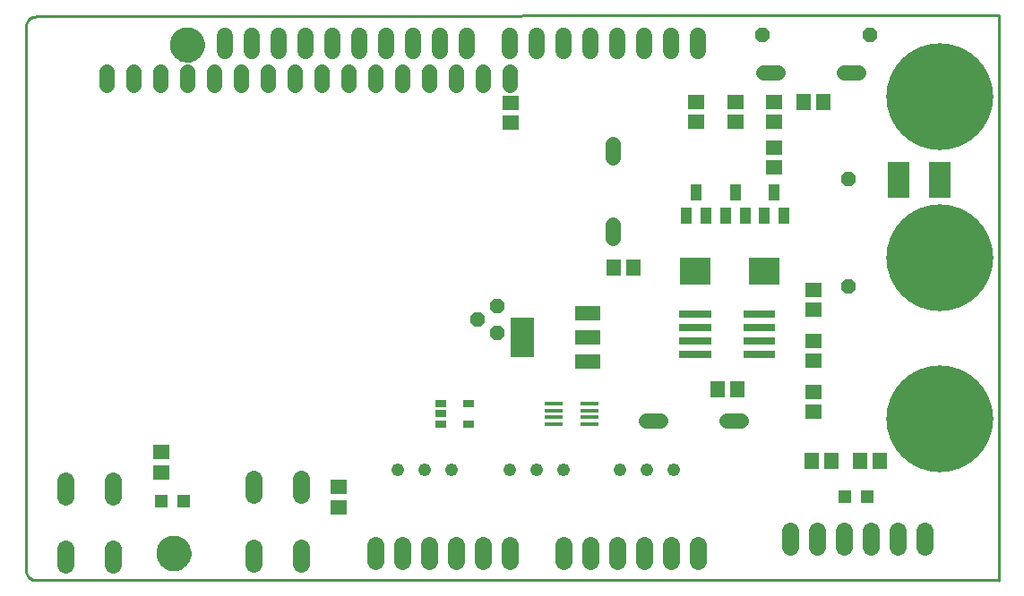
<source format=gts>
G75*
%MOIN*%
%OFA0B0*%
%FSLAX24Y24*%
%IPPOS*%
%LPD*%
%AMOC8*
5,1,8,0,0,1.08239X$1,22.5*
%
%ADD10C,0.0100*%
%ADD11C,0.0000*%
%ADD12C,0.1300*%
%ADD13C,0.0600*%
%ADD14C,0.0640*%
%ADD15C,0.3977*%
%ADD16OC8,0.0560*%
%ADD17C,0.0560*%
%ADD18R,0.0552X0.0631*%
%ADD19R,0.0631X0.0552*%
%ADD20R,0.0434X0.0591*%
%ADD21R,0.0512X0.0512*%
%ADD22C,0.0555*%
%ADD23C,0.0480*%
%ADD24R,0.0788X0.1379*%
%ADD25R,0.0910X0.0280*%
%ADD26R,0.0850X0.0260*%
%ADD27R,0.0920X0.0520*%
%ADD28R,0.0906X0.1457*%
%ADD29R,0.0430X0.0312*%
%ADD30R,0.0660X0.0180*%
%ADD31R,0.1182X0.1024*%
D10*
X001574Y001180D02*
X037386Y001180D01*
X037380Y001174D02*
X037380Y022230D01*
X001574Y022180D01*
X001535Y022178D01*
X001497Y022172D01*
X001460Y022163D01*
X001423Y022150D01*
X001388Y022133D01*
X001355Y022114D01*
X001324Y022091D01*
X001295Y022065D01*
X001269Y022036D01*
X001246Y022005D01*
X001227Y021972D01*
X001210Y021937D01*
X001197Y021900D01*
X001188Y021863D01*
X001182Y021825D01*
X001180Y021786D01*
X001180Y001574D01*
X001182Y001535D01*
X001188Y001497D01*
X001197Y001460D01*
X001210Y001423D01*
X001227Y001388D01*
X001246Y001355D01*
X001269Y001324D01*
X001295Y001295D01*
X001324Y001269D01*
X001355Y001246D01*
X001388Y001227D01*
X001423Y001210D01*
X001460Y001197D01*
X001497Y001188D01*
X001535Y001182D01*
X001574Y001180D01*
D11*
X006050Y002180D02*
X006052Y002230D01*
X006058Y002280D01*
X006068Y002329D01*
X006082Y002377D01*
X006099Y002424D01*
X006120Y002469D01*
X006145Y002513D01*
X006173Y002554D01*
X006205Y002593D01*
X006239Y002630D01*
X006276Y002664D01*
X006316Y002694D01*
X006358Y002721D01*
X006402Y002745D01*
X006448Y002766D01*
X006495Y002782D01*
X006543Y002795D01*
X006593Y002804D01*
X006642Y002809D01*
X006693Y002810D01*
X006743Y002807D01*
X006792Y002800D01*
X006841Y002789D01*
X006889Y002774D01*
X006935Y002756D01*
X006980Y002734D01*
X007023Y002708D01*
X007064Y002679D01*
X007103Y002647D01*
X007139Y002612D01*
X007171Y002574D01*
X007201Y002534D01*
X007228Y002491D01*
X007251Y002447D01*
X007270Y002401D01*
X007286Y002353D01*
X007298Y002304D01*
X007306Y002255D01*
X007310Y002205D01*
X007310Y002155D01*
X007306Y002105D01*
X007298Y002056D01*
X007286Y002007D01*
X007270Y001959D01*
X007251Y001913D01*
X007228Y001869D01*
X007201Y001826D01*
X007171Y001786D01*
X007139Y001748D01*
X007103Y001713D01*
X007064Y001681D01*
X007023Y001652D01*
X006980Y001626D01*
X006935Y001604D01*
X006889Y001586D01*
X006841Y001571D01*
X006792Y001560D01*
X006743Y001553D01*
X006693Y001550D01*
X006642Y001551D01*
X006593Y001556D01*
X006543Y001565D01*
X006495Y001578D01*
X006448Y001594D01*
X006402Y001615D01*
X006358Y001639D01*
X006316Y001666D01*
X006276Y001696D01*
X006239Y001730D01*
X006205Y001767D01*
X006173Y001806D01*
X006145Y001847D01*
X006120Y001891D01*
X006099Y001936D01*
X006082Y001983D01*
X006068Y002031D01*
X006058Y002080D01*
X006052Y002130D01*
X006050Y002180D01*
X006550Y021130D02*
X006552Y021180D01*
X006558Y021230D01*
X006568Y021279D01*
X006582Y021327D01*
X006599Y021374D01*
X006620Y021419D01*
X006645Y021463D01*
X006673Y021504D01*
X006705Y021543D01*
X006739Y021580D01*
X006776Y021614D01*
X006816Y021644D01*
X006858Y021671D01*
X006902Y021695D01*
X006948Y021716D01*
X006995Y021732D01*
X007043Y021745D01*
X007093Y021754D01*
X007142Y021759D01*
X007193Y021760D01*
X007243Y021757D01*
X007292Y021750D01*
X007341Y021739D01*
X007389Y021724D01*
X007435Y021706D01*
X007480Y021684D01*
X007523Y021658D01*
X007564Y021629D01*
X007603Y021597D01*
X007639Y021562D01*
X007671Y021524D01*
X007701Y021484D01*
X007728Y021441D01*
X007751Y021397D01*
X007770Y021351D01*
X007786Y021303D01*
X007798Y021254D01*
X007806Y021205D01*
X007810Y021155D01*
X007810Y021105D01*
X007806Y021055D01*
X007798Y021006D01*
X007786Y020957D01*
X007770Y020909D01*
X007751Y020863D01*
X007728Y020819D01*
X007701Y020776D01*
X007671Y020736D01*
X007639Y020698D01*
X007603Y020663D01*
X007564Y020631D01*
X007523Y020602D01*
X007480Y020576D01*
X007435Y020554D01*
X007389Y020536D01*
X007341Y020521D01*
X007292Y020510D01*
X007243Y020503D01*
X007193Y020500D01*
X007142Y020501D01*
X007093Y020506D01*
X007043Y020515D01*
X006995Y020528D01*
X006948Y020544D01*
X006902Y020565D01*
X006858Y020589D01*
X006816Y020616D01*
X006776Y020646D01*
X006739Y020680D01*
X006705Y020717D01*
X006673Y020756D01*
X006645Y020797D01*
X006620Y020841D01*
X006599Y020886D01*
X006582Y020933D01*
X006568Y020981D01*
X006558Y021030D01*
X006552Y021080D01*
X006550Y021130D01*
D12*
X007180Y021130D03*
X006680Y002180D03*
D13*
X008580Y020900D02*
X008580Y021460D01*
X009580Y021460D02*
X009580Y020900D01*
X010580Y020900D02*
X010580Y021460D01*
X011580Y021460D02*
X011580Y020900D01*
X012580Y020900D02*
X012580Y021460D01*
X013580Y021460D02*
X013580Y020900D01*
X014580Y020900D02*
X014580Y021460D01*
X015580Y021460D02*
X015580Y020900D01*
X016580Y020900D02*
X016580Y021460D01*
X017580Y021460D02*
X017580Y020900D01*
X019180Y020900D02*
X019180Y021460D01*
X020180Y021460D02*
X020180Y020900D01*
X021180Y020900D02*
X021180Y021460D01*
X022180Y021460D02*
X022180Y020900D01*
X023180Y020900D02*
X023180Y021460D01*
X024180Y021460D02*
X024180Y020900D01*
X025180Y020900D02*
X025180Y021460D01*
X026180Y021460D02*
X026180Y020900D01*
D14*
X011420Y004956D02*
X011420Y004356D01*
X009640Y004356D02*
X009640Y004956D01*
X009640Y002396D02*
X009640Y001796D01*
X011420Y001796D02*
X011420Y002396D01*
X014180Y002480D02*
X014180Y001880D01*
X015180Y001880D02*
X015180Y002480D01*
X016180Y002480D02*
X016180Y001880D01*
X017180Y001880D02*
X017180Y002480D01*
X018180Y002480D02*
X018180Y001880D01*
X019180Y001880D02*
X019180Y002480D01*
X021180Y002480D02*
X021180Y001880D01*
X022180Y001880D02*
X022180Y002480D01*
X023180Y002480D02*
X023180Y001880D01*
X024180Y001880D02*
X024180Y002480D01*
X025180Y002480D02*
X025180Y001880D01*
X026180Y001880D02*
X026180Y002480D01*
X029630Y002430D02*
X029630Y003030D01*
X030630Y003030D02*
X030630Y002430D01*
X031630Y002430D02*
X031630Y003030D01*
X032630Y003030D02*
X032630Y002430D01*
X033630Y002430D02*
X033630Y003030D01*
X034630Y003030D02*
X034630Y002430D01*
X004432Y002346D02*
X004432Y001746D01*
X002652Y001746D02*
X002652Y002346D01*
X002652Y004306D02*
X002652Y004906D01*
X004432Y004906D02*
X004432Y004306D01*
D15*
X035180Y007180D03*
X035180Y013180D03*
X035180Y019180D03*
D16*
X032580Y021480D03*
X028580Y021480D03*
X031780Y016130D03*
X031780Y012130D03*
X018730Y011380D03*
X017980Y010880D03*
X018730Y010380D03*
D17*
X024270Y007130D02*
X024790Y007130D01*
X027270Y007130D02*
X027790Y007130D01*
X023030Y013920D02*
X023030Y014440D01*
X023030Y016920D02*
X023030Y017440D01*
X028620Y020080D02*
X029140Y020080D01*
X031620Y020080D02*
X032140Y020080D01*
D18*
X030854Y018980D03*
X030106Y018980D03*
X023804Y012840D03*
X023056Y012840D03*
X026906Y008280D03*
X027654Y008280D03*
X030406Y005630D03*
X031154Y005630D03*
X032206Y005630D03*
X032954Y005630D03*
D19*
X030480Y007456D03*
X030480Y008204D03*
X030480Y009356D03*
X030480Y010104D03*
X030480Y011256D03*
X030480Y012004D03*
X029030Y016556D03*
X029030Y017304D03*
X029030Y018256D03*
X029030Y019004D03*
X027580Y019004D03*
X027580Y018256D03*
X026130Y018256D03*
X026130Y019004D03*
X019230Y018964D03*
X019230Y018216D03*
X006230Y005954D03*
X006230Y005206D03*
X012830Y004654D03*
X012830Y003906D03*
D20*
X025756Y014747D03*
X026504Y014747D03*
X027206Y014747D03*
X027954Y014747D03*
X028656Y014747D03*
X029404Y014747D03*
X029030Y015613D03*
X027580Y015613D03*
X026130Y015613D03*
D21*
X031667Y004280D03*
X032493Y004280D03*
X007043Y004130D03*
X006217Y004130D03*
D22*
X006180Y019623D02*
X006180Y020137D01*
X005180Y020137D02*
X005180Y019623D01*
X004180Y019623D02*
X004180Y020137D01*
X007180Y020137D02*
X007180Y019623D01*
X008180Y019623D02*
X008180Y020137D01*
X009180Y020137D02*
X009180Y019623D01*
X010180Y019623D02*
X010180Y020137D01*
X011180Y020137D02*
X011180Y019623D01*
X012180Y019623D02*
X012180Y020137D01*
X013180Y020137D02*
X013180Y019623D01*
X014180Y019623D02*
X014180Y020137D01*
X015180Y020137D02*
X015180Y019623D01*
X016180Y019623D02*
X016180Y020137D01*
X017180Y020137D02*
X017180Y019623D01*
X018180Y019623D02*
X018180Y020137D01*
X019180Y020137D02*
X019180Y019623D01*
D23*
X019180Y005282D03*
X020180Y005282D03*
X021180Y005282D03*
X023280Y005282D03*
X024280Y005282D03*
X025280Y005282D03*
X017030Y005282D03*
X016030Y005282D03*
X015030Y005282D03*
D24*
X033662Y016080D03*
X035198Y016080D03*
D25*
X028310Y011080D03*
X028310Y010580D03*
X028310Y010080D03*
X028310Y009580D03*
X026250Y009580D03*
X026250Y010080D03*
X026250Y010580D03*
X026250Y011080D03*
D26*
X025930Y011080D03*
X025930Y010580D03*
X025930Y010080D03*
X025930Y009580D03*
X028630Y009580D03*
X028630Y010080D03*
X028630Y010580D03*
X028630Y011080D03*
D27*
X022100Y011140D03*
X022100Y010230D03*
X022100Y009320D03*
D28*
X019660Y010230D03*
D29*
X017642Y007754D03*
X016622Y007754D03*
X016622Y007380D03*
X016622Y007006D03*
X017642Y007006D03*
D30*
X020810Y007000D03*
X020810Y007250D03*
X020810Y007510D03*
X020810Y007760D03*
X022150Y007760D03*
X022150Y007510D03*
X022150Y007250D03*
X022150Y007000D03*
D31*
X026100Y012705D03*
X028660Y012705D03*
M02*

</source>
